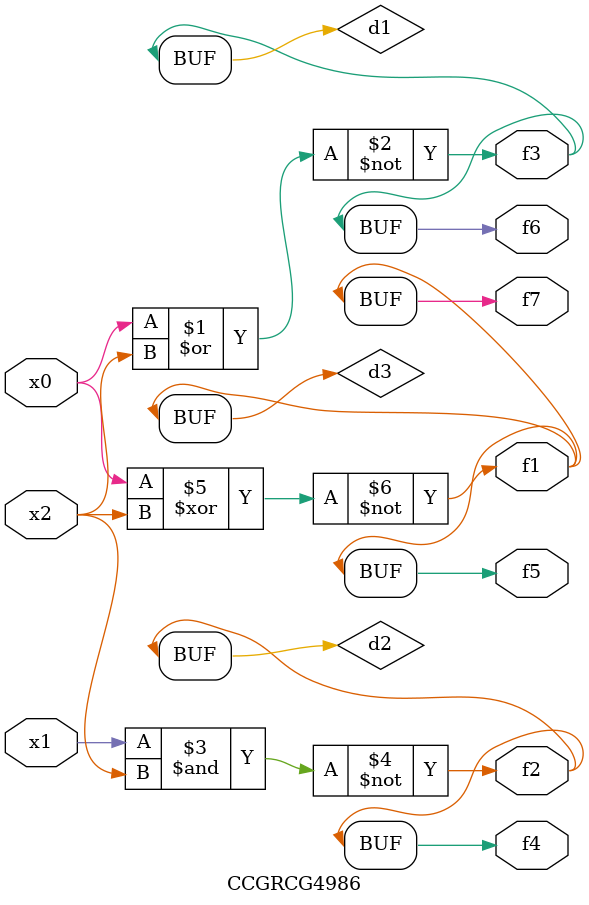
<source format=v>
module CCGRCG4986(
	input x0, x1, x2,
	output f1, f2, f3, f4, f5, f6, f7
);

	wire d1, d2, d3;

	nor (d1, x0, x2);
	nand (d2, x1, x2);
	xnor (d3, x0, x2);
	assign f1 = d3;
	assign f2 = d2;
	assign f3 = d1;
	assign f4 = d2;
	assign f5 = d3;
	assign f6 = d1;
	assign f7 = d3;
endmodule

</source>
